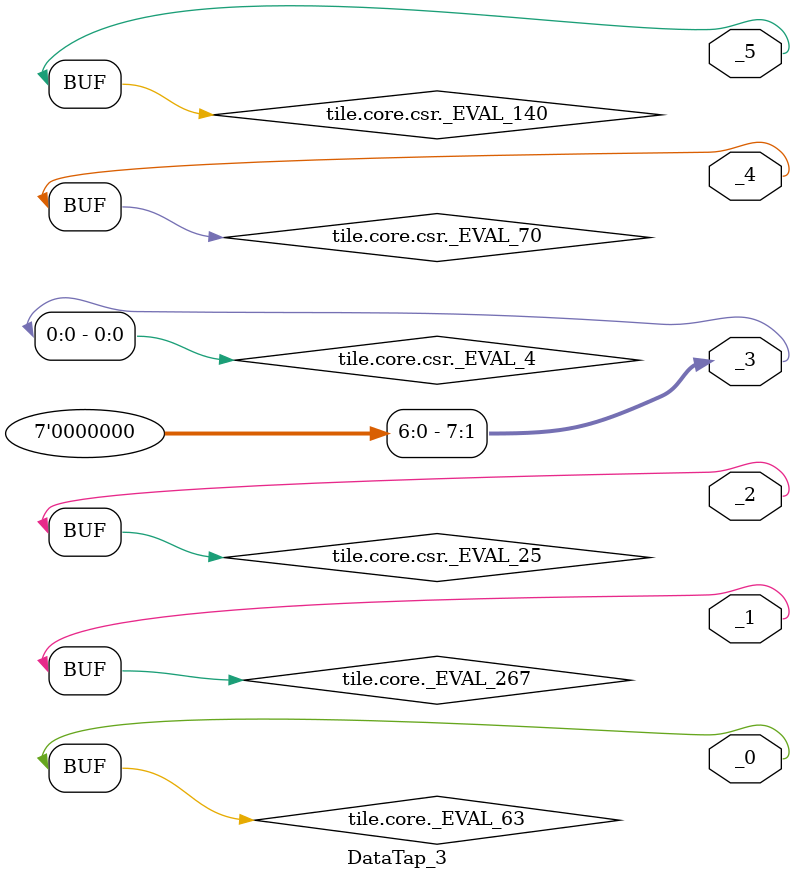
<source format=sv>
module DataTap_3(
  output       _5,
  output       _4,
  output [7:0] _3,
  output       _2,
  output       _1,
  output       _0
);
  assign _5 = tile.core.csr._EVAL_140;
  assign _4 = tile.core.csr._EVAL_70;
  assign _3 = tile.core.csr._EVAL_4;
  assign _2 = tile.core.csr._EVAL_25;
  assign _1 = tile.core._EVAL_267;
  assign _0 = tile.core._EVAL_63;
endmodule

</source>
